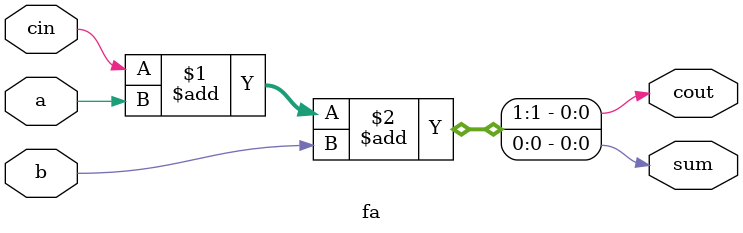
<source format=v>
module fa(output wire cout, sum , input wire a,b,cin);

assign {cout,sum}=cin + a + b;

endmodule

</source>
